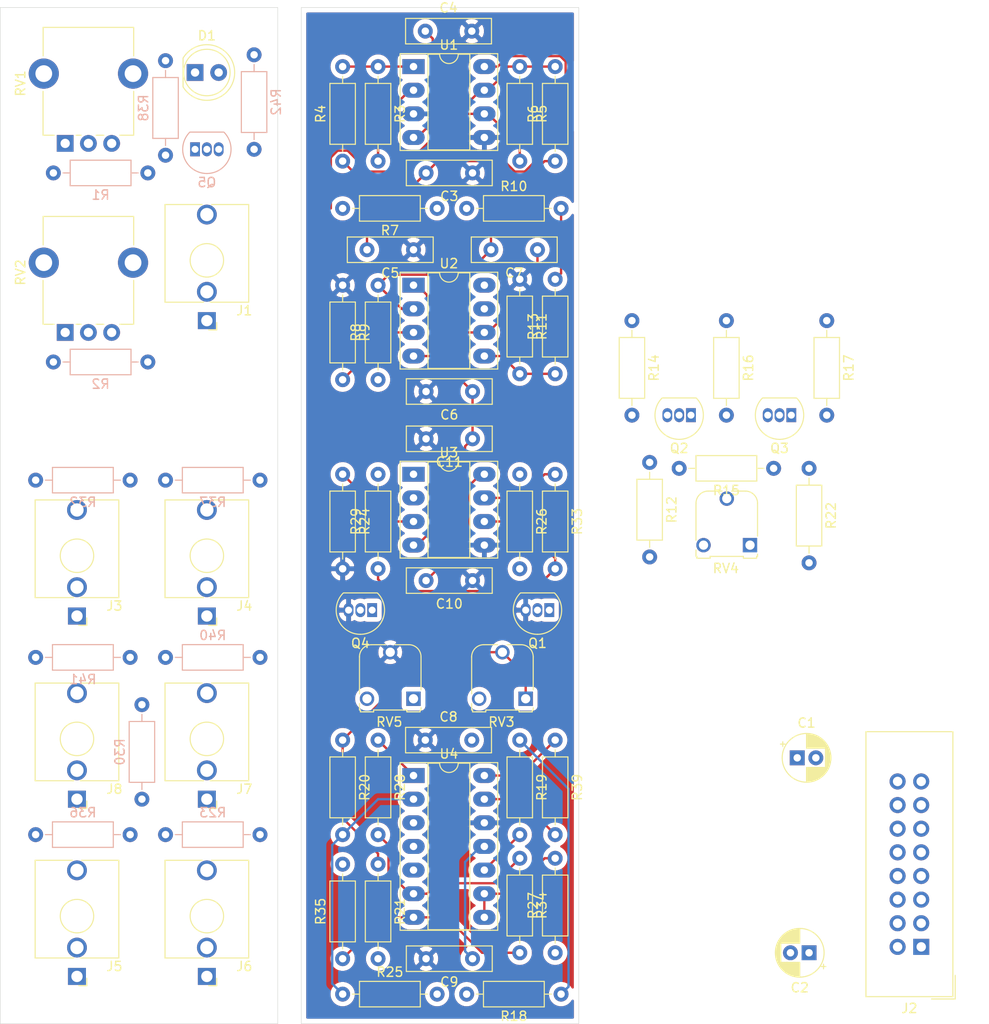
<source format=kicad_pcb>
(kicad_pcb (version 20171130) (host pcbnew "(5.1.2)-2")
  (layers (0 F.Cu signal) (31 B.Cu signal) (34 B.Paste user) (35 F.Paste user) (36 B.SilkS user) (37 F.SilkS user) (38 B.Mask user) (39 F.Mask user) (44 Edge.Cuts user))
  (net 0 "")
  (net 1 GND)
  (net 2 +12V)
  (net 3 -12V)
  (net 4 "Net-(C7-Pad2)")
  (net 5 "Net-(C7-Pad1)")
  (net 6 "Net-(D1-Pad1)")
  (net 7 "Net-(J1-PadT)")
  (net 8 "Net-(J2-Pad16)")
  (net 9 "Net-(J2-Pad15)")
  (net 10 "Net-(J2-Pad14)")
  (net 11 "Net-(J2-Pad13)")
  (net 12 "Net-(J2-Pad12)")
  (net 13 "Net-(J2-Pad11)")
  (net 14 "Net-(J3-PadT)")
  (net 15 "Net-(J4-PadT)")
  (net 16 "Net-(J5-PadT)")
  (net 17 "Net-(J6-PadT)")
  (net 18 "Net-(J7-PadT)")
  (net 19 "Net-(J8-PadT)")
  (net 20 "Net-(Q1-Pad1)")
  (net 21 "Net-(Q1-Pad2)")
  (net 22 "Net-(Q2-Pad1)")
  (net 23 "Net-(Q2-Pad3)")
  (net 24 "Net-(Q2-Pad2)")
  (net 25 "Net-(Q3-Pad1)")
  (net 26 "Net-(Q3-Pad3)")
  (net 27 "Net-(Q3-Pad2)")
  (net 28 "Net-(Q4-Pad1)")
  (net 29 "Net-(Q4-Pad2)")
  (net 30 "Net-(Q5-Pad3)")
  (net 31 "Net-(Q5-Pad2)")
  (net 32 "Net-(R1-Pad2)")
  (net 33 "Net-(R1-Pad1)")
  (net 34 "Net-(R2-Pad2)")
  (net 35 "Net-(R3-Pad1)")
  (net 36 "Net-(R4-Pad1)")
  (net 37 "Net-(R5-Pad1)")
  (net 38 "Net-(R7-Pad1)")
  (net 39 "Net-(R10-Pad2)")
  (net 40 "Net-(R11-Pad2)")
  (net 41 "Net-(R16-Pad2)")
  (net 42 "Net-(R19-Pad2)")
  (net 43 "Net-(R20-Pad2)")
  (net 44 "Net-(R25-Pad2)")
  (net 45 "Net-(R26-Pad1)")
  (net 46 "Net-(R27-Pad2)")
  (net 47 "Net-(R27-Pad1)")
  (net 48 "Net-(R28-Pad2)")
  (net 49 "Net-(R29-Pad1)")
  (net 50 "Net-(R33-Pad1)")
  (net 51 "Net-(R34-Pad2)")
  (net 52 "Net-(R35-Pad2)")
  (net 53 "Net-(R39-Pad1)")
  (net 54 "Net-(RV5-Pad3)")
  (module Resistor_THT:R_Axial_DIN0207_L6.3mm_D2.5mm_P10.16mm_Horizontal (layer B.Cu) (at 88.265 73.66)
    (fp_text reference R37 (at 5.08 2.37) (layer B.SilkS) (effects (justify mirror)))
    (fp_text value 1k)
    (pad 2 thru_hole oval (at 10.16 0) (size 1.6 1.6) (drill 0.8) (layers *.Cu *.Mask) (net 50 "Net-(R33-Pad1)"))
    (pad 1 thru_hole circle (at 0 0) (size 1.6 1.6) (drill 0.8) (layers *.Cu *.Mask) (net 15 "Net-(J4-PadT)"))
  )
  (module Resistor_THT:R_Axial_DIN0207_L6.3mm_D2.5mm_P10.16mm_Horizontal (layer F.Cu) (at 107.315 128.905)
    (fp_text reference R25 (at 5.08 -2.37 180) (layer F.SilkS))
    (fp_text value 100k)
    (pad 2 thru_hole oval (at 10.16 0) (size 1.6 1.6) (drill 0.8) (layers *.Cu *.Mask) (net 44 "Net-(R25-Pad2)"))
    (pad 1 thru_hole circle (at 0 0) (size 1.6 1.6) (drill 0.8) (layers *.Cu *.Mask) (net 43 "Net-(R20-Pad2)"))
  )
  (module Resistor_THT:R_Axial_DIN0207_L6.3mm_D2.5mm_P10.16mm_Horizontal (layer B.Cu) (at 97.79 38.1 90)
    (fp_text reference R42 (at 5.08 2.37 90) (layer B.SilkS) (effects (justify mirror)))
    (fp_text value 1k)
    (pad 2 thru_hole oval (at 10.16 0 90) (size 1.6 1.6) (drill 0.8) (layers *.Cu *.Mask) (net 1 GND))
    (pad 1 thru_hole circle (at 0 0 90) (size 1.6 1.6) (drill 0.8) (layers *.Cu *.Mask) (net 30 "Net-(Q5-Pad3)"))
  )
  (module Resistor_THT:R_Axial_DIN0207_L6.3mm_D2.5mm_P10.16mm_Horizontal (layer B.Cu) (at 74.295 92.71)
    (fp_text reference R41 (at 5.08 2.37) (layer B.SilkS) (effects (justify mirror)))
    (fp_text value 1k)
    (pad 2 thru_hole oval (at 10.16 0) (size 1.6 1.6) (drill 0.8) (layers *.Cu *.Mask) (net 53 "Net-(R39-Pad1)"))
    (pad 1 thru_hole circle (at 0 0) (size 1.6 1.6) (drill 0.8) (layers *.Cu *.Mask) (net 19 "Net-(J8-PadT)"))
  )
  (module Resistor_THT:R_Axial_DIN0207_L6.3mm_D2.5mm_P10.16mm_Horizontal (layer B.Cu) (at 98.425 92.71 180)
    (fp_text reference R40 (at 5.08 2.37) (layer B.SilkS) (effects (justify mirror)))
    (fp_text value 1k)
    (pad 2 thru_hole oval (at 10.16 0 180) (size 1.6 1.6) (drill 0.8) (layers *.Cu *.Mask) (net 18 "Net-(J7-PadT)"))
    (pad 1 thru_hole circle (at 0 0 180) (size 1.6 1.6) (drill 0.8) (layers *.Cu *.Mask) (net 51 "Net-(R34-Pad2)"))
  )
  (module Resistor_THT:R_Axial_DIN0207_L6.3mm_D2.5mm_P10.16mm_Horizontal (layer F.Cu) (at 130.175 101.6 270)
    (fp_text reference R39 (at 5.08 -2.37 270) (layer F.SilkS))
    (fp_text value 10k)
    (pad 2 thru_hole oval (at 10.16 0 270) (size 1.6 1.6) (drill 0.8) (layers *.Cu *.Mask) (net 52 "Net-(R35-Pad2)"))
    (pad 1 thru_hole circle (at 0 0 270) (size 1.6 1.6) (drill 0.8) (layers *.Cu *.Mask) (net 53 "Net-(R39-Pad1)"))
  )
  (module Resistor_THT:R_Axial_DIN0207_L6.3mm_D2.5mm_P10.16mm_Horizontal (layer B.Cu) (at 88.265 28.575 270)
    (fp_text reference R38 (at 5.08 2.37 90) (layer B.SilkS) (effects (justify mirror)))
    (fp_text value 10k)
    (pad 2 thru_hole oval (at 10.16 0 270) (size 1.6 1.6) (drill 0.8) (layers *.Cu *.Mask) (net 31 "Net-(Q5-Pad2)"))
    (pad 1 thru_hole circle (at 0 0 270) (size 1.6 1.6) (drill 0.8) (layers *.Cu *.Mask) (net 5 "Net-(C7-Pad1)"))
  )
  (module Resistor_THT:R_Axial_DIN0207_L6.3mm_D2.5mm_P10.16mm_Horizontal (layer B.Cu) (at 84.455 111.76 180)
    (fp_text reference R36 (at 5.08 2.37) (layer B.SilkS) (effects (justify mirror)))
    (fp_text value 1k)
    (pad 2 thru_hole oval (at 10.16 0 180) (size 1.6 1.6) (drill 0.8) (layers *.Cu *.Mask) (net 16 "Net-(J5-PadT)"))
    (pad 1 thru_hole circle (at 0 0 180) (size 1.6 1.6) (drill 0.8) (layers *.Cu *.Mask) (net 5 "Net-(C7-Pad1)"))
  )
  (module Resistor_THT:R_Axial_DIN0207_L6.3mm_D2.5mm_P10.16mm_Horizontal (layer F.Cu) (at 107.315 125.095 90)
    (fp_text reference R35 (at 5.08 -2.37 270) (layer F.SilkS))
    (fp_text value 10k)
    (pad 2 thru_hole oval (at 10.16 0 90) (size 1.6 1.6) (drill 0.8) (layers *.Cu *.Mask) (net 52 "Net-(R35-Pad2)"))
    (pad 1 thru_hole circle (at 0 0 90) (size 1.6 1.6) (drill 0.8) (layers *.Cu *.Mask) (net 51 "Net-(R34-Pad2)"))
  )
  (module Resistor_THT:R_Axial_DIN0207_L6.3mm_D2.5mm_P10.16mm_Horizontal (layer F.Cu) (at 126.365 114.3 270)
    (fp_text reference R34 (at 5.08 -2.37 270) (layer F.SilkS))
    (fp_text value 10k)
    (pad 2 thru_hole oval (at 10.16 0 270) (size 1.6 1.6) (drill 0.8) (layers *.Cu *.Mask) (net 51 "Net-(R34-Pad2)"))
    (pad 1 thru_hole circle (at 0 0 270) (size 1.6 1.6) (drill 0.8) (layers *.Cu *.Mask) (net 48 "Net-(R28-Pad2)"))
  )
  (module Resistor_THT:R_Axial_DIN0207_L6.3mm_D2.5mm_P10.16mm_Horizontal (layer F.Cu) (at 130.175 73.025 270)
    (fp_text reference R33 (at 5.08 -2.37 270) (layer F.SilkS))
    (fp_text value 10k)
    (pad 2 thru_hole oval (at 10.16 0 270) (size 1.6 1.6) (drill 0.8) (layers *.Cu *.Mask) (net 49 "Net-(R29-Pad1)"))
    (pad 1 thru_hole circle (at 0 0 270) (size 1.6 1.6) (drill 0.8) (layers *.Cu *.Mask) (net 50 "Net-(R33-Pad1)"))
  )
  (module Resistor_THT:R_Axial_DIN0207_L6.3mm_D2.5mm_P10.16mm_Horizontal (layer B.Cu) (at 74.295 73.66)
    (fp_text reference R32 (at 5.08 2.37) (layer B.SilkS) (effects (justify mirror)))
    (fp_text value 1k)
    (pad 2 thru_hole oval (at 10.16 0) (size 1.6 1.6) (drill 0.8) (layers *.Cu *.Mask) (net 45 "Net-(R26-Pad1)"))
    (pad 1 thru_hole circle (at 0 0) (size 1.6 1.6) (drill 0.8) (layers *.Cu *.Mask) (net 14 "Net-(J3-PadT)"))
  )
  (module Resistor_THT:R_Axial_DIN0207_L6.3mm_D2.5mm_P10.16mm_Horizontal (layer B.Cu) (at 85.725 97.79 270)
    (fp_text reference R30 (at 5.08 2.37 90) (layer B.SilkS) (effects (justify mirror)))
    (fp_text value 100k)
    (pad 2 thru_hole oval (at 10.16 0 270) (size 1.6 1.6) (drill 0.8) (layers *.Cu *.Mask) (net 1 GND))
    (pad 1 thru_hole circle (at 0 0 270) (size 1.6 1.6) (drill 0.8) (layers *.Cu *.Mask) (net 17 "Net-(J6-PadT)"))
  )
  (module Resistor_THT:R_Axial_DIN0207_L6.3mm_D2.5mm_P10.16mm_Horizontal (layer F.Cu) (at 111.125 83.185 90)
    (fp_text reference R29 (at 5.08 -2.37 270) (layer F.SilkS))
    (fp_text value 10k)
    (pad 2 thru_hole oval (at 10.16 0 90) (size 1.6 1.6) (drill 0.8) (layers *.Cu *.Mask) (net 45 "Net-(R26-Pad1)"))
    (pad 1 thru_hole circle (at 0 0 90) (size 1.6 1.6) (drill 0.8) (layers *.Cu *.Mask) (net 49 "Net-(R29-Pad1)"))
  )
  (module Resistor_THT:R_Axial_DIN0207_L6.3mm_D2.5mm_P10.16mm_Horizontal (layer F.Cu) (at 111.125 101.6 270)
    (fp_text reference R28 (at 5.08 -2.37 270) (layer F.SilkS))
    (fp_text value 20k)
    (pad 2 thru_hole oval (at 10.16 0 270) (size 1.6 1.6) (drill 0.8) (layers *.Cu *.Mask) (net 48 "Net-(R28-Pad2)"))
    (pad 1 thru_hole circle (at 0 0 270) (size 1.6 1.6) (drill 0.8) (layers *.Cu *.Mask) (net 44 "Net-(R25-Pad2)"))
  )
  (module Resistor_THT:R_Axial_DIN0207_L6.3mm_D2.5mm_P10.16mm_Horizontal (layer F.Cu) (at 130.175 124.46 90)
    (fp_text reference R27 (at 5.08 -2.37 270) (layer F.SilkS))
    (fp_text value 50k)
    (pad 2 thru_hole oval (at 10.16 0 90) (size 1.6 1.6) (drill 0.8) (layers *.Cu *.Mask) (net 46 "Net-(R27-Pad2)"))
    (pad 1 thru_hole circle (at 0 0 90) (size 1.6 1.6) (drill 0.8) (layers *.Cu *.Mask) (net 47 "Net-(R27-Pad1)"))
  )
  (module Resistor_THT:R_Axial_DIN0207_L6.3mm_D2.5mm_P10.16mm_Horizontal (layer F.Cu) (at 126.365 73.025 270)
    (fp_text reference R26 (at 5.08 -2.37 270) (layer F.SilkS))
    (fp_text value 33k)
    (pad 2 thru_hole oval (at 10.16 0 270) (size 1.6 1.6) (drill 0.8) (layers *.Cu *.Mask) (net 22 "Net-(Q2-Pad1)"))
    (pad 1 thru_hole circle (at 0 0 270) (size 1.6 1.6) (drill 0.8) (layers *.Cu *.Mask) (net 45 "Net-(R26-Pad1)"))
  )
  (module Resistor_THT:R_Axial_DIN0207_L6.3mm_D2.5mm_P10.16mm_Horizontal (layer F.Cu) (at 107.315 73.025 270)
    (fp_text reference R24 (at 5.08 -2.37 270) (layer F.SilkS))
    (fp_text value 33k)
    (pad 2 thru_hole oval (at 10.16 0 270) (size 1.6 1.6) (drill 0.8) (layers *.Cu *.Mask) (net 1 GND))
    (pad 1 thru_hole circle (at 0 0 270) (size 1.6 1.6) (drill 0.8) (layers *.Cu *.Mask) (net 25 "Net-(Q3-Pad1)"))
  )
  (module Resistor_THT:R_Axial_DIN0207_L6.3mm_D2.5mm_P10.16mm_Horizontal (layer B.Cu) (at 98.425 111.76 180)
    (fp_text reference R23 (at 5.08 2.37) (layer B.SilkS) (effects (justify mirror)))
    (fp_text value 100k)
    (pad 2 thru_hole oval (at 10.16 0 180) (size 1.6 1.6) (drill 0.8) (layers *.Cu *.Mask) (net 17 "Net-(J6-PadT)"))
    (pad 1 thru_hole circle (at 0 0 180) (size 1.6 1.6) (drill 0.8) (layers *.Cu *.Mask) (net 39 "Net-(R10-Pad2)"))
  )
  (module Resistor_THT:R_Axial_DIN0207_L6.3mm_D2.5mm_P10.16mm_Horizontal (layer F.Cu) (at 157.48 72.39 270)
    (fp_text reference R22 (at 5.08 -2.37 270) (layer F.SilkS))
    (fp_text value 470)
    (pad 2 thru_hole oval (at 10.16 0 270) (size 1.6 1.6) (drill 0.8) (layers *.Cu *.Mask) (net 1 GND))
    (pad 1 thru_hole circle (at 0 0 270) (size 1.6 1.6) (drill 0.8) (layers *.Cu *.Mask) (net 27 "Net-(Q3-Pad2)"))
  )
  (module Resistor_THT:R_Axial_DIN0207_L6.3mm_D2.5mm_P10.16mm_Horizontal (layer F.Cu) (at 111.125 114.935 270)
    (fp_text reference R21 (at 5.08 -2.37 270) (layer F.SilkS))
    (fp_text value 100k)
    (pad 2 thru_hole oval (at 10.16 0 270) (size 1.6 1.6) (drill 0.8) (layers *.Cu *.Mask) (net 28 "Net-(Q4-Pad1)"))
    (pad 1 thru_hole circle (at 0 0 270) (size 1.6 1.6) (drill 0.8) (layers *.Cu *.Mask) (net 5 "Net-(C7-Pad1)"))
  )
  (module Resistor_THT:R_Axial_DIN0207_L6.3mm_D2.5mm_P10.16mm_Horizontal (layer F.Cu) (at 107.315 101.6 270)
    (fp_text reference R20 (at 5.08 -2.37 270) (layer F.SilkS))
    (fp_text value 100k)
    (pad 2 thru_hole oval (at 10.16 0 270) (size 1.6 1.6) (drill 0.8) (layers *.Cu *.Mask) (net 43 "Net-(R20-Pad2)"))
    (pad 1 thru_hole circle (at 0 0 270) (size 1.6 1.6) (drill 0.8) (layers *.Cu *.Mask) (net 5 "Net-(C7-Pad1)"))
  )
  (module Resistor_THT:R_Axial_DIN0207_L6.3mm_D2.5mm_P10.16mm_Horizontal (layer F.Cu) (at 126.365 101.6 270)
    (fp_text reference R19 (at 5.08 -2.37 270) (layer F.SilkS))
    (fp_text value 100k)
    (pad 2 thru_hole oval (at 10.16 0 270) (size 1.6 1.6) (drill 0.8) (layers *.Cu *.Mask) (net 42 "Net-(R19-Pad2)"))
    (pad 1 thru_hole circle (at 0 0 270) (size 1.6 1.6) (drill 0.8) (layers *.Cu *.Mask) (net 39 "Net-(R10-Pad2)"))
  )
  (module Resistor_THT:R_Axial_DIN0207_L6.3mm_D2.5mm_P10.16mm_Horizontal (layer F.Cu) (at 130.81 128.905 180)
    (fp_text reference R18 (at 5.08 -2.37 180) (layer F.SilkS))
    (fp_text value 10k)
    (pad 2 thru_hole oval (at 10.16 0 180) (size 1.6 1.6) (drill 0.8) (layers *.Cu *.Mask) (net 29 "Net-(Q4-Pad2)"))
    (pad 1 thru_hole circle (at 0 0 180) (size 1.6 1.6) (drill 0.8) (layers *.Cu *.Mask) (net 39 "Net-(R10-Pad2)"))
  )
  (module Resistor_THT:R_Axial_DIN0207_L6.3mm_D2.5mm_P10.16mm_Horizontal (layer F.Cu) (at 159.385 56.515 270)
    (fp_text reference R17 (at 5.08 -2.37 270) (layer F.SilkS))
    (fp_text value 10k)
    (pad 2 thru_hole oval (at 10.16 0 270) (size 1.6 1.6) (drill 0.8) (layers *.Cu *.Mask) (net 25 "Net-(Q3-Pad1)"))
    (pad 1 thru_hole circle (at 0 0 270) (size 1.6 1.6) (drill 0.8) (layers *.Cu *.Mask) (net 2 +12V))
  )
  (module Resistor_THT:R_Axial_DIN0207_L6.3mm_D2.5mm_P10.16mm_Horizontal (layer F.Cu) (at 148.59 56.515 270)
    (fp_text reference R16 (at 5.08 -2.37 270) (layer F.SilkS))
    (fp_text value 68k)
    (pad 2 thru_hole oval (at 10.16 0 270) (size 1.6 1.6) (drill 0.8) (layers *.Cu *.Mask) (net 41 "Net-(R16-Pad2)"))
    (pad 1 thru_hole circle (at 0 0 270) (size 1.6 1.6) (drill 0.8) (layers *.Cu *.Mask) (net 3 -12V))
  )
  (module Resistor_THT:R_Axial_DIN0207_L6.3mm_D2.5mm_P10.16mm_Horizontal (layer F.Cu) (at 153.67 72.39 180)
    (fp_text reference R15 (at 5.08 -2.37 180) (layer F.SilkS))
    (fp_text value 220)
    (pad 2 thru_hole oval (at 10.16 0 180) (size 1.6 1.6) (drill 0.8) (layers *.Cu *.Mask) (net 23 "Net-(Q2-Pad3)"))
    (pad 1 thru_hole circle (at 0 0 180) (size 1.6 1.6) (drill 0.8) (layers *.Cu *.Mask) (net 26 "Net-(Q3-Pad3)"))
  )
  (module Resistor_THT:R_Axial_DIN0207_L6.3mm_D2.5mm_P10.16mm_Horizontal (layer F.Cu) (at 138.43 56.515 270)
    (fp_text reference R14 (at 5.08 -2.37 90) (layer F.SilkS))
    (fp_text value 10k)
    (pad 2 thru_hole oval (at 10.16 0 270) (size 1.6 1.6) (drill 0.8) (layers *.Cu *.Mask) (net 22 "Net-(Q2-Pad1)"))
    (pad 1 thru_hole circle (at 0 0 270) (size 1.6 1.6) (drill 0.8) (layers *.Cu *.Mask) (net 2 +12V))
  )
  (module Resistor_THT:R_Axial_DIN0207_L6.3mm_D2.5mm_P10.16mm_Horizontal (layer F.Cu) (at 130.175 62.23 90)
    (fp_text reference R13 (at 5.08 -2.37 -90) (layer F.SilkS))
    (fp_text value 47k)
    (pad 2 thru_hole oval (at 10.16 0 90) (size 1.6 1.6) (drill 0.8) (layers *.Cu *.Mask) (net 39 "Net-(R10-Pad2)"))
    (pad 1 thru_hole circle (at 0 0 90) (size 1.6 1.6) (drill 0.8) (layers *.Cu *.Mask) (net 40 "Net-(R11-Pad2)"))
  )
  (module Resistor_THT:R_Axial_DIN0207_L6.3mm_D2.5mm_P10.16mm_Horizontal (layer F.Cu) (at 140.335 71.755 270)
    (fp_text reference R12 (at 5.08 -2.37 270) (layer F.SilkS))
    (fp_text value 470)
    (pad 2 thru_hole oval (at 10.16 0 270) (size 1.6 1.6) (drill 0.8) (layers *.Cu *.Mask) (net 1 GND))
    (pad 1 thru_hole circle (at 0 0 270) (size 1.6 1.6) (drill 0.8) (layers *.Cu *.Mask) (net 24 "Net-(Q2-Pad2)"))
  )
  (module Resistor_THT:R_Axial_DIN0207_L6.3mm_D2.5mm_P10.16mm_Horizontal (layer F.Cu) (at 126.365 52.07 270)
    (fp_text reference R11 (at 5.08 -2.37 270) (layer F.SilkS))
    (fp_text value 47k)
    (pad 2 thru_hole oval (at 10.16 0 270) (size 1.6 1.6) (drill 0.8) (layers *.Cu *.Mask) (net 40 "Net-(R11-Pad2)"))
    (pad 1 thru_hole circle (at 0 0 270) (size 1.6 1.6) (drill 0.8) (layers *.Cu *.Mask) (net 1 GND))
  )
  (module Resistor_THT:R_Axial_DIN0207_L6.3mm_D2.5mm_P10.16mm_Horizontal (layer F.Cu) (at 120.65 44.45)
    (fp_text reference R10 (at 5.08 -2.37 180) (layer F.SilkS))
    (fp_text value 10k)
    (pad 2 thru_hole oval (at 10.16 0) (size 1.6 1.6) (drill 0.8) (layers *.Cu *.Mask) (net 39 "Net-(R10-Pad2)"))
    (pad 1 thru_hole circle (at 0 0) (size 1.6 1.6) (drill 0.8) (layers *.Cu *.Mask) (net 21 "Net-(Q1-Pad2)"))
  )
  (module Resistor_THT:R_Axial_DIN0207_L6.3mm_D2.5mm_P10.16mm_Horizontal (layer F.Cu) (at 107.315 52.705 270)
    (fp_text reference R9 (at 5.08 -2.37 270) (layer F.SilkS))
    (fp_text value 47k)
    (pad 2 thru_hole oval (at 10.16 0 270) (size 1.6 1.6) (drill 0.8) (layers *.Cu *.Mask) (net 38 "Net-(R7-Pad1)"))
    (pad 1 thru_hole circle (at 0 0 270) (size 1.6 1.6) (drill 0.8) (layers *.Cu *.Mask) (net 1 GND))
  )
  (module Resistor_THT:R_Axial_DIN0207_L6.3mm_D2.5mm_P10.16mm_Horizontal (layer F.Cu) (at 111.125 62.865 90)
    (fp_text reference R8 (at 5.08 -2.37 270) (layer F.SilkS))
    (fp_text value 47k)
    (pad 2 thru_hole oval (at 10.16 0 90) (size 1.6 1.6) (drill 0.8) (layers *.Cu *.Mask) (net 4 "Net-(C7-Pad2)"))
    (pad 1 thru_hole circle (at 0 0 90) (size 1.6 1.6) (drill 0.8) (layers *.Cu *.Mask) (net 20 "Net-(Q1-Pad1)"))
  )
  (module Resistor_THT:R_Axial_DIN0207_L6.3mm_D2.5mm_P10.16mm_Horizontal (layer F.Cu) (at 117.475 44.45 180)
    (fp_text reference R7 (at 5.08 -2.37 180) (layer F.SilkS))
    (fp_text value 47k)
    (pad 2 thru_hole oval (at 10.16 0 180) (size 1.6 1.6) (drill 0.8) (layers *.Cu *.Mask) (net 37 "Net-(R5-Pad1)"))
    (pad 1 thru_hole circle (at 0 0 180) (size 1.6 1.6) (drill 0.8) (layers *.Cu *.Mask) (net 38 "Net-(R7-Pad1)"))
  )
  (module Resistor_THT:R_Axial_DIN0207_L6.3mm_D2.5mm_P10.16mm_Horizontal (layer F.Cu) (at 130.175 39.37 90)
    (fp_text reference R6 (at 5.08 -2.37 90) (layer F.SilkS))
    (fp_text value 100k)
    (pad 2 thru_hole oval (at 10.16 0 90) (size 1.6 1.6) (drill 0.8) (layers *.Cu *.Mask) (net 37 "Net-(R5-Pad1)"))
    (pad 1 thru_hole circle (at 0 0 90) (size 1.6 1.6) (drill 0.8) (layers *.Cu *.Mask) (net 4 "Net-(C7-Pad2)"))
  )
  (module Resistor_THT:R_Axial_DIN0207_L6.3mm_D2.5mm_P10.16mm_Horizontal (layer F.Cu) (at 126.365 29.21 270)
    (fp_text reference R5 (at 5.08 -2.37 270) (layer F.SilkS))
    (fp_text value 100k)
    (pad 2 thru_hole oval (at 10.16 0 270) (size 1.6 1.6) (drill 0.8) (layers *.Cu *.Mask) (net 36 "Net-(R4-Pad1)"))
    (pad 1 thru_hole circle (at 0 0 270) (size 1.6 1.6) (drill 0.8) (layers *.Cu *.Mask) (net 37 "Net-(R5-Pad1)"))
  )
  (module Resistor_THT:R_Axial_DIN0207_L6.3mm_D2.5mm_P10.16mm_Horizontal (layer F.Cu) (at 107.315 39.37 90)
    (fp_text reference R4 (at 5.08 -2.37 90) (layer F.SilkS))
    (fp_text value 100k)
    (pad 2 thru_hole oval (at 10.16 0 90) (size 1.6 1.6) (drill 0.8) (layers *.Cu *.Mask) (net 35 "Net-(R3-Pad1)"))
    (pad 1 thru_hole circle (at 0 0 90) (size 1.6 1.6) (drill 0.8) (layers *.Cu *.Mask) (net 36 "Net-(R4-Pad1)"))
  )
  (module Resistor_THT:R_Axial_DIN0207_L6.3mm_D2.5mm_P10.16mm_Horizontal (layer F.Cu) (at 111.125 29.21 270)
    (fp_text reference R3 (at 5.08 -2.37 270) (layer F.SilkS))
    (fp_text value 100k)
    (pad 2 thru_hole oval (at 10.16 0 270) (size 1.6 1.6) (drill 0.8) (layers *.Cu *.Mask) (net 33 "Net-(R1-Pad1)"))
    (pad 1 thru_hole circle (at 0 0 270) (size 1.6 1.6) (drill 0.8) (layers *.Cu *.Mask) (net 35 "Net-(R3-Pad1)"))
  )
  (module Resistor_THT:R_Axial_DIN0207_L6.3mm_D2.5mm_P10.16mm_Horizontal (layer B.Cu) (at 76.2 60.96)
    (fp_text reference R2 (at 5.08 2.37) (layer B.SilkS) (effects (justify mirror)))
    (fp_text value 100k)
    (pad 2 thru_hole oval (at 10.16 0) (size 1.6 1.6) (drill 0.8) (layers *.Cu *.Mask) (net 34 "Net-(R2-Pad2)"))
    (pad 1 thru_hole circle (at 0 0) (size 1.6 1.6) (drill 0.8) (layers *.Cu *.Mask) (net 33 "Net-(R1-Pad1)"))
  )
  (module Resistor_THT:R_Axial_DIN0207_L6.3mm_D2.5mm_P10.16mm_Horizontal (layer B.Cu) (at 76.2 40.64)
    (fp_text reference R1 (at 5.08 2.37) (layer B.SilkS) (effects (justify mirror)))
    (fp_text value 100k)
    (pad 2 thru_hole oval (at 10.16 0) (size 1.6 1.6) (drill 0.8) (layers *.Cu *.Mask) (net 32 "Net-(R1-Pad2)"))
    (pad 1 thru_hole circle (at 0 0) (size 1.6 1.6) (drill 0.8) (layers *.Cu *.Mask) (net 33 "Net-(R1-Pad1)"))
  )
  (module Package_DIP:DIP-14_W7.62mm_Socket_LongPads (layer F.Cu) (at 114.935 105.41)
    (fp_text reference U4 (at 3.81 -2.33 180) (layer F.SilkS))
    (fp_text value TL074)
    (pad 14 thru_hole oval (at 7.62 0) (size 2.4 1.6) (drill 0.8) (layers *.Cu *.Mask) (net 53 "Net-(R39-Pad1)"))
    (pad 7 thru_hole oval (at 0 15.24) (size 2.4 1.6) (drill 0.8) (layers *.Cu *.Mask) (net 51 "Net-(R34-Pad2)"))
    (pad 13 thru_hole oval (at 7.62 2.54) (size 2.4 1.6) (drill 0.8) (layers *.Cu *.Mask) (net 52 "Net-(R35-Pad2)"))
    (pad 6 thru_hole oval (at 0 12.7) (size 2.4 1.6) (drill 0.8) (layers *.Cu *.Mask) (net 48 "Net-(R28-Pad2)"))
    (pad 12 thru_hole oval (at 7.62 5.08) (size 2.4 1.6) (drill 0.8) (layers *.Cu *.Mask) (net 1 GND))
    (pad 5 thru_hole oval (at 0 10.16) (size 2.4 1.6) (drill 0.8) (layers *.Cu *.Mask) (net 47 "Net-(R27-Pad1)"))
    (pad 11 thru_hole oval (at 7.62 7.62) (size 2.4 1.6) (drill 0.8) (layers *.Cu *.Mask) (net 3 -12V))
    (pad 4 thru_hole oval (at 0 7.62) (size 2.4 1.6) (drill 0.8) (layers *.Cu *.Mask) (net 2 +12V))
    (pad 10 thru_hole oval (at 7.62 10.16) (size 2.4 1.6) (drill 0.8) (layers *.Cu *.Mask) (net 42 "Net-(R19-Pad2)"))
    (pad 3 thru_hole oval (at 0 5.08) (size 2.4 1.6) (drill 0.8) (layers *.Cu *.Mask) (net 28 "Net-(Q4-Pad1)"))
    (pad 9 thru_hole oval (at 7.62 12.7) (size 2.4 1.6) (drill 0.8) (layers *.Cu *.Mask) (net 46 "Net-(R27-Pad2)"))
    (pad 2 thru_hole oval (at 0 2.54) (size 2.4 1.6) (drill 0.8) (layers *.Cu *.Mask) (net 43 "Net-(R20-Pad2)"))
    (pad 8 thru_hole oval (at 7.62 15.24) (size 2.4 1.6) (drill 0.8) (layers *.Cu *.Mask) (net 46 "Net-(R27-Pad2)"))
    (pad 1 thru_hole rect (at 0 0) (size 2.4 1.6) (drill 0.8) (layers *.Cu *.Mask) (net 44 "Net-(R25-Pad2)"))
  )
  (module Package_DIP:DIP-8_W7.62mm_Socket_LongPads (layer F.Cu) (at 114.935 73.025)
    (fp_text reference U3 (at 3.81 -2.33) (layer F.SilkS))
    (fp_text value TL072)
    (pad 8 thru_hole oval (at 7.62 0) (size 2.4 1.6) (drill 0.8) (layers *.Cu *.Mask) (net 2 +12V))
    (pad 4 thru_hole oval (at 0 7.62) (size 2.4 1.6) (drill 0.8) (layers *.Cu *.Mask) (net 3 -12V))
    (pad 7 thru_hole oval (at 7.62 2.54) (size 2.4 1.6) (drill 0.8) (layers *.Cu *.Mask) (net 50 "Net-(R33-Pad1)"))
    (pad 3 thru_hole oval (at 0 5.08) (size 2.4 1.6) (drill 0.8) (layers *.Cu *.Mask) (net 25 "Net-(Q3-Pad1)"))
    (pad 6 thru_hole oval (at 7.62 5.08) (size 2.4 1.6) (drill 0.8) (layers *.Cu *.Mask) (net 49 "Net-(R29-Pad1)"))
    (pad 2 thru_hole oval (at 0 2.54) (size 2.4 1.6) (drill 0.8) (layers *.Cu *.Mask) (net 22 "Net-(Q2-Pad1)"))
    (pad 5 thru_hole oval (at 7.62 7.62) (size 2.4 1.6) (drill 0.8) (layers *.Cu *.Mask) (net 1 GND))
    (pad 1 thru_hole rect (at 0 0) (size 2.4 1.6) (drill 0.8) (layers *.Cu *.Mask) (net 45 "Net-(R26-Pad1)"))
  )
  (module Package_DIP:DIP-8_W7.62mm_Socket_LongPads (layer F.Cu) (at 114.935 52.705)
    (fp_text reference U2 (at 3.81 -2.33 180) (layer F.SilkS))
    (fp_text value TL072)
    (pad 8 thru_hole oval (at 7.62 0) (size 2.4 1.6) (drill 0.8) (layers *.Cu *.Mask) (net 2 +12V))
    (pad 4 thru_hole oval (at 0 7.62) (size 2.4 1.6) (drill 0.8) (layers *.Cu *.Mask) (net 3 -12V))
    (pad 7 thru_hole oval (at 7.62 2.54) (size 2.4 1.6) (drill 0.8) (layers *.Cu *.Mask) (net 39 "Net-(R10-Pad2)"))
    (pad 3 thru_hole oval (at 0 5.08) (size 2.4 1.6) (drill 0.8) (layers *.Cu *.Mask) (net 38 "Net-(R7-Pad1)"))
    (pad 6 thru_hole oval (at 7.62 5.08) (size 2.4 1.6) (drill 0.8) (layers *.Cu *.Mask) (net 5 "Net-(C7-Pad1)"))
    (pad 2 thru_hole oval (at 0 2.54) (size 2.4 1.6) (drill 0.8) (layers *.Cu *.Mask) (net 4 "Net-(C7-Pad2)"))
    (pad 5 thru_hole oval (at 7.62 7.62) (size 2.4 1.6) (drill 0.8) (layers *.Cu *.Mask) (net 40 "Net-(R11-Pad2)"))
    (pad 1 thru_hole rect (at 0 0) (size 2.4 1.6) (drill 0.8) (layers *.Cu *.Mask) (net 5 "Net-(C7-Pad1)"))
  )
  (module Package_DIP:DIP-8_W7.62mm_Socket_LongPads (layer F.Cu) (at 114.935 29.21)
    (fp_text reference U1 (at 3.81 -2.33 180) (layer F.SilkS))
    (fp_text value TL072)
    (pad 8 thru_hole oval (at 7.62 0) (size 2.4 1.6) (drill 0.8) (layers *.Cu *.Mask) (net 2 +12V))
    (pad 4 thru_hole oval (at 0 7.62) (size 2.4 1.6) (drill 0.8) (layers *.Cu *.Mask) (net 3 -12V))
    (pad 7 thru_hole oval (at 7.62 2.54) (size 2.4 1.6) (drill 0.8) (layers *.Cu *.Mask) (net 37 "Net-(R5-Pad1)"))
    (pad 3 thru_hole oval (at 0 5.08) (size 2.4 1.6) (drill 0.8) (layers *.Cu *.Mask) (net 1 GND))
    (pad 6 thru_hole oval (at 7.62 5.08) (size 2.4 1.6) (drill 0.8) (layers *.Cu *.Mask) (net 36 "Net-(R4-Pad1)"))
    (pad 2 thru_hole oval (at 0 2.54) (size 2.4 1.6) (drill 0.8) (layers *.Cu *.Mask) (net 33 "Net-(R1-Pad1)"))
    (pad 5 thru_hole oval (at 7.62 7.62) (size 2.4 1.6) (drill 0.8) (layers *.Cu *.Mask) (net 1 GND))
    (pad 1 thru_hole rect (at 0 0) (size 2.4 1.6) (drill 0.8) (layers *.Cu *.Mask) (net 35 "Net-(R3-Pad1)"))
  )
  (module Potentiometer_THT:Potentiometer_Runtron_RM-065_Vertical (layer F.Cu) (at 114.935 97.155 180)
    (fp_text reference RV5 (at 2.6 -2.5) (layer F.SilkS))
    (fp_text value 20k)
    (pad 2 thru_hole circle (at 2.5 5 180) (size 1.55 1.55) (drill 1) (layers *.Cu *.Mask) (net 1 GND))
    (pad 1 thru_hole rect (at 0 0 180) (size 1.55 1.55) (drill 1) (layers *.Cu *.Mask) (net 47 "Net-(R27-Pad1)"))
    (pad 3 thru_hole circle (at 5 0 180) (size 1.55 1.55) (drill 1) (layers *.Cu *.Mask) (net 54 "Net-(RV5-Pad3)"))
  )
  (module Potentiometer_THT:Potentiometer_Runtron_RM-065_Vertical (layer F.Cu) (at 151.13 80.645 180)
    (fp_text reference RV4 (at 2.6 -2.5) (layer F.SilkS))
    (fp_text value 50k)
    (pad 2 thru_hole circle (at 2.5 5 180) (size 1.55 1.55) (drill 1) (layers *.Cu *.Mask) (net 41 "Net-(R16-Pad2)"))
    (pad 1 thru_hole rect (at 0 0 180) (size 1.55 1.55) (drill 1) (layers *.Cu *.Mask) (net 26 "Net-(Q3-Pad3)"))
    (pad 3 thru_hole circle (at 5 0 180) (size 1.55 1.55) (drill 1) (layers *.Cu *.Mask) (net 23 "Net-(Q2-Pad3)"))
  )
  (module Potentiometer_THT:Potentiometer_Runtron_RM-065_Vertical (layer F.Cu) (at 127 97.155 180)
    (fp_text reference RV3 (at 2.6 -2.5) (layer F.SilkS))
    (fp_text value 100k)
    (pad 2 thru_hole circle (at 2.5 5 180) (size 1.55 1.55) (drill 1) (layers *.Cu *.Mask) (net 5 "Net-(C7-Pad1)"))
    (pad 1 thru_hole rect (at 0 0 180) (size 1.55 1.55) (drill 1) (layers *.Cu *.Mask) (net 5 "Net-(C7-Pad1)"))
    (pad 3 thru_hole circle (at 5 0 180) (size 1.55 1.55) (drill 1) (layers *.Cu *.Mask) (net 24 "Net-(Q2-Pad2)"))
  )
  (module Potentiometer_THT:Potentiometer_Alpha_RD901F-40-00D_Single_Vertical_CircularHoles (layer F.Cu) (at 77.47 57.785 90)
    (fp_text reference RV2 (at 6.45 -4.8 270) (layer F.SilkS))
    (fp_text value "CV AMOUNT")
    (pad "" thru_hole circle (at 7.5 -2.3 180) (size 3.24 3.24) (drill 1.8) (layers *.Cu *.Mask))
    (pad "" thru_hole circle (at 7.5 7.3 180) (size 3.24 3.24) (drill 1.8) (layers *.Cu *.Mask))
    (pad 3 thru_hole circle (at 0 5 180) (size 1.8 1.8) (drill 1) (layers *.Cu *.Mask) (net 7 "Net-(J1-PadT)"))
    (pad 2 thru_hole circle (at 0 2.5 180) (size 1.8 1.8) (drill 1) (layers *.Cu *.Mask) (net 34 "Net-(R2-Pad2)"))
    (pad 1 thru_hole rect (at 0 0 180) (size 1.8 1.8) (drill 1) (layers *.Cu *.Mask) (net 1 GND))
  )
  (module Potentiometer_THT:Potentiometer_Alpha_RD901F-40-00D_Single_Vertical_CircularHoles (layer F.Cu) (at 77.47 37.465 90)
    (fp_text reference RV1 (at 6.45 -4.8 270) (layer F.SilkS))
    (fp_text value SPEED)
    (pad "" thru_hole circle (at 7.5 -2.3 180) (size 3.24 3.24) (drill 1.8) (layers *.Cu *.Mask))
    (pad "" thru_hole circle (at 7.5 7.3 180) (size 3.24 3.24) (drill 1.8) (layers *.Cu *.Mask))
    (pad 3 thru_hole circle (at 0 5 180) (size 1.8 1.8) (drill 1) (layers *.Cu *.Mask) (net 2 +12V))
    (pad 2 thru_hole circle (at 0 2.5 180) (size 1.8 1.8) (drill 1) (layers *.Cu *.Mask) (net 32 "Net-(R1-Pad2)"))
    (pad 1 thru_hole rect (at 0 0 180) (size 1.8 1.8) (drill 1) (layers *.Cu *.Mask) (net 1 GND))
  )
  (module Package_TO_SOT_THT:TO-92_Inline (layer B.Cu) (at 91.44 38.1)
    (fp_text reference Q5 (at 1.27 3.56) (layer B.SilkS) (effects (justify mirror)))
    (fp_text value BC550)
    (pad 1 thru_hole rect (at 0 0) (size 1.05 1.5) (drill 0.75) (layers *.Cu *.Mask) (net 6 "Net-(D1-Pad1)"))
    (pad 3 thru_hole oval (at 2.54 0) (size 1.05 1.5) (drill 0.75) (layers *.Cu *.Mask) (net 30 "Net-(Q5-Pad3)"))
    (pad 2 thru_hole oval (at 1.27 0) (size 1.05 1.5) (drill 0.75) (layers *.Cu *.Mask) (net 31 "Net-(Q5-Pad2)"))
  )
  (module Package_TO_SOT_THT:TO-92_Inline (layer F.Cu) (at 110.49 87.63 180)
    (fp_text reference Q4 (at 1.27 -3.56) (layer F.SilkS))
    (fp_text value BC550)
    (pad 1 thru_hole rect (at 0 0 180) (size 1.05 1.5) (drill 0.75) (layers *.Cu *.Mask) (net 28 "Net-(Q4-Pad1)"))
    (pad 3 thru_hole oval (at 2.54 0 180) (size 1.05 1.5) (drill 0.75) (layers *.Cu *.Mask) (net 1 GND))
    (pad 2 thru_hole oval (at 1.27 0 180) (size 1.05 1.5) (drill 0.75) (layers *.Cu *.Mask) (net 29 "Net-(Q4-Pad2)"))
  )
  (module Package_TO_SOT_THT:TO-92_Inline (layer F.Cu) (at 155.575 66.675 180)
    (fp_text reference Q3 (at 1.27 -3.56) (layer F.SilkS))
    (fp_text value BC550)
    (pad 1 thru_hole rect (at 0 0 180) (size 1.05 1.5) (drill 0.75) (layers *.Cu *.Mask) (net 25 "Net-(Q3-Pad1)"))
    (pad 3 thru_hole oval (at 2.54 0 180) (size 1.05 1.5) (drill 0.75) (layers *.Cu *.Mask) (net 26 "Net-(Q3-Pad3)"))
    (pad 2 thru_hole oval (at 1.27 0 180) (size 1.05 1.5) (drill 0.75) (layers *.Cu *.Mask) (net 27 "Net-(Q3-Pad2)"))
  )
  (module Package_TO_SOT_THT:TO-92_Inline (layer F.Cu) (at 144.78 66.675 180)
    (fp_text reference Q2 (at 1.27 -3.56) (layer F.SilkS))
    (fp_text value BC550)
    (pad 1 thru_hole rect (at 0 0 180) (size 1.05 1.5) (drill 0.75) (layers *.Cu *.Mask) (net 22 "Net-(Q2-Pad1)"))
    (pad 3 thru_hole oval (at 2.54 0 180) (size 1.05 1.5) (drill 0.75) (layers *.Cu *.Mask) (net 23 "Net-(Q2-Pad3)"))
    (pad 2 thru_hole oval (at 1.27 0 180) (size 1.05 1.5) (drill 0.75) (layers *.Cu *.Mask) (net 24 "Net-(Q2-Pad2)"))
  )
  (module Package_TO_SOT_THT:TO-92_Inline (layer F.Cu) (at 129.54 87.63 180)
    (fp_text reference Q1 (at 1.27 -3.56) (layer F.SilkS))
    (fp_text value BC550)
    (pad 1 thru_hole rect (at 0 0 180) (size 1.05 1.5) (drill 0.75) (layers *.Cu *.Mask) (net 20 "Net-(Q1-Pad1)"))
    (pad 3 thru_hole oval (at 2.54 0 180) (size 1.05 1.5) (drill 0.75) (layers *.Cu *.Mask) (net 1 GND))
    (pad 2 thru_hole oval (at 1.27 0 180) (size 1.05 1.5) (drill 0.75) (layers *.Cu *.Mask) (net 21 "Net-(Q1-Pad2)"))
  )
  (module Connector_Audio:Jack_3.5mm_QingPu_WQP-PJ398SM_Vertical_CircularHoles (layer F.Cu) (at 78.74 107.95 180)
    (fp_text reference J8 (at -4.03 1.08 180) (layer F.SilkS))
    (fp_text value "RAMP DOWN")
    (pad T thru_hole circle (at 0 11.4) (size 2.13 2.13) (drill 1.43) (layers *.Cu *.Mask) (net 19 "Net-(J8-PadT)"))
    (pad S thru_hole rect (at 0 0) (size 1.93 1.83) (drill 1.22) (layers *.Cu *.Mask) (net 1 GND))
    (pad TN thru_hole circle (at 0 3.1) (size 2.13 2.13) (drill 1.42) (layers *.Cu *.Mask))
  )
  (module Connector_Audio:Jack_3.5mm_QingPu_WQP-PJ398SM_Vertical_CircularHoles (layer F.Cu) (at 92.71 107.95 180)
    (fp_text reference J7 (at -4.03 1.08 180) (layer F.SilkS))
    (fp_text value "RAMP UP")
    (pad T thru_hole circle (at 0 11.4) (size 2.13 2.13) (drill 1.43) (layers *.Cu *.Mask) (net 18 "Net-(J7-PadT)"))
    (pad S thru_hole rect (at 0 0) (size 1.93 1.83) (drill 1.22) (layers *.Cu *.Mask) (net 1 GND))
    (pad TN thru_hole circle (at 0 3.1) (size 2.13 2.13) (drill 1.42) (layers *.Cu *.Mask))
  )
  (module Connector_Audio:Jack_3.5mm_QingPu_WQP-PJ398SM_Vertical_CircularHoles (layer F.Cu) (at 92.71 127 180)
    (fp_text reference J6 (at -4.03 1.08 180) (layer F.SilkS))
    (fp_text value SQR)
    (pad T thru_hole circle (at 0 11.4) (size 2.13 2.13) (drill 1.43) (layers *.Cu *.Mask) (net 17 "Net-(J6-PadT)"))
    (pad S thru_hole rect (at 0 0) (size 1.93 1.83) (drill 1.22) (layers *.Cu *.Mask) (net 1 GND))
    (pad TN thru_hole circle (at 0 3.1) (size 2.13 2.13) (drill 1.42) (layers *.Cu *.Mask))
  )
  (module Connector_Audio:Jack_3.5mm_QingPu_WQP-PJ398SM_Vertical_CircularHoles (layer F.Cu) (at 78.74 127 180)
    (fp_text reference J5 (at -4.03 1.08 180) (layer F.SilkS))
    (fp_text value TRI)
    (pad T thru_hole circle (at 0 11.4) (size 2.13 2.13) (drill 1.43) (layers *.Cu *.Mask) (net 16 "Net-(J5-PadT)"))
    (pad S thru_hole rect (at 0 0) (size 1.93 1.83) (drill 1.22) (layers *.Cu *.Mask) (net 1 GND))
    (pad TN thru_hole circle (at 0 3.1) (size 2.13 2.13) (drill 1.42) (layers *.Cu *.Mask))
  )
  (module Connector_Audio:Jack_3.5mm_QingPu_WQP-PJ398SM_Vertical_CircularHoles (layer F.Cu) (at 92.71 88.265 180)
    (fp_text reference J4 (at -4.03 1.08 180) (layer F.SilkS))
    (fp_text value COS)
    (pad T thru_hole circle (at 0 11.4) (size 2.13 2.13) (drill 1.43) (layers *.Cu *.Mask) (net 15 "Net-(J4-PadT)"))
    (pad S thru_hole rect (at 0 0) (size 1.93 1.83) (drill 1.22) (layers *.Cu *.Mask) (net 1 GND))
    (pad TN thru_hole circle (at 0 3.1) (size 2.13 2.13) (drill 1.42) (layers *.Cu *.Mask))
  )
  (module Connector_Audio:Jack_3.5mm_QingPu_WQP-PJ398SM_Vertical_CircularHoles (layer F.Cu) (at 78.74 88.265 180)
    (fp_text reference J3 (at -4.03 1.08 180) (layer F.SilkS))
    (fp_text value SIN)
    (pad T thru_hole circle (at 0 11.4) (size 2.13 2.13) (drill 1.43) (layers *.Cu *.Mask) (net 14 "Net-(J3-PadT)"))
    (pad S thru_hole rect (at 0 0) (size 1.93 1.83) (drill 1.22) (layers *.Cu *.Mask) (net 1 GND))
    (pad TN thru_hole circle (at 0 3.1) (size 2.13 2.13) (drill 1.42) (layers *.Cu *.Mask))
  )
  (module Connector_IDC:IDC-Header_2x08_P2.54mm_Vertical (layer F.Cu) (at 169.545 123.825 180)
    (fp_text reference J2 (at 1.27 -6.604 180) (layer F.SilkS))
    (fp_text value Conn_02x08_Odd_Even)
    (pad 16 thru_hole oval (at 2.54 17.78 180) (size 1.7272 1.7272) (drill 1.016) (layers *.Cu *.Mask) (net 8 "Net-(J2-Pad16)"))
    (pad 15 thru_hole oval (at 0 17.78 180) (size 1.7272 1.7272) (drill 1.016) (layers *.Cu *.Mask) (net 9 "Net-(J2-Pad15)"))
    (pad 14 thru_hole oval (at 2.54 15.24 180) (size 1.7272 1.7272) (drill 1.016) (layers *.Cu *.Mask) (net 10 "Net-(J2-Pad14)"))
    (pad 13 thru_hole oval (at 0 15.24 180) (size 1.7272 1.7272) (drill 1.016) (layers *.Cu *.Mask) (net 11 "Net-(J2-Pad13)"))
    (pad 12 thru_hole oval (at 2.54 12.7 180) (size 1.7272 1.7272) (drill 1.016) (layers *.Cu *.Mask) (net 12 "Net-(J2-Pad12)"))
    (pad 11 thru_hole oval (at 0 12.7 180) (size 1.7272 1.7272) (drill 1.016) (layers *.Cu *.Mask) (net 13 "Net-(J2-Pad11)"))
    (pad 10 thru_hole oval (at 2.54 10.16 180) (size 1.7272 1.7272) (drill 1.016) (layers *.Cu *.Mask) (net 2 +12V))
    (pad 9 thru_hole oval (at 0 10.16 180) (size 1.7272 1.7272) (drill 1.016) (layers *.Cu *.Mask) (net 2 +12V))
    (pad 8 thru_hole oval (at 2.54 7.62 180) (size 1.7272 1.7272) (drill 1.016) (layers *.Cu *.Mask) (net 1 GND))
    (pad 7 thru_hole oval (at 0 7.62 180) (size 1.7272 1.7272) (drill 1.016) (layers *.Cu *.Mask) (net 1 GND))
    (pad 6 thru_hole oval (at 2.54 5.08 180) (size 1.7272 1.7272) (drill 1.016) (layers *.Cu *.Mask) (net 1 GND))
    (pad 5 thru_hole oval (at 0 5.08 180) (size 1.7272 1.7272) (drill 1.016) (layers *.Cu *.Mask) (net 1 GND))
    (pad 4 thru_hole oval (at 2.54 2.54 180) (size 1.7272 1.7272) (drill 1.016) (layers *.Cu *.Mask) (net 1 GND))
    (pad 3 thru_hole oval (at 0 2.54 180) (size 1.7272 1.7272) (drill 1.016) (layers *.Cu *.Mask) (net 1 GND))
    (pad 2 thru_hole oval (at 2.54 0 180) (size 1.7272 1.7272) (drill 1.016) (layers *.Cu *.Mask) (net 3 -12V))
    (pad 1 thru_hole rect (at 0 0 180) (size 1.7272 1.7272) (drill 1.016) (layers *.Cu *.Mask) (net 3 -12V))
  )
  (module Connector_Audio:Jack_3.5mm_QingPu_WQP-PJ398SM_Vertical_CircularHoles (layer F.Cu) (at 92.71 56.515 180)
    (fp_text reference J1 (at -4.03 1.08 180) (layer F.SilkS))
    (fp_text value CV)
    (pad T thru_hole circle (at 0 11.4) (size 2.13 2.13) (drill 1.43) (layers *.Cu *.Mask) (net 7 "Net-(J1-PadT)"))
    (pad S thru_hole rect (at 0 0) (size 1.93 1.83) (drill 1.22) (layers *.Cu *.Mask) (net 1 GND))
    (pad TN thru_hole circle (at 0 3.1) (size 2.13 2.13) (drill 1.42) (layers *.Cu *.Mask))
  )
  (module LED_THT:LED_D5.0mm (layer F.Cu) (at 91.44 29.845)
    (fp_text reference D1 (at 1.27 -3.96) (layer F.SilkS))
    (fp_text value LED)
    (pad 2 thru_hole circle (at 2.54 0) (size 1.8 1.8) (drill 0.9) (layers *.Cu *.Mask) (net 2 +12V))
    (pad 1 thru_hole rect (at 0 0) (size 1.8 1.8) (drill 0.9) (layers *.Cu *.Mask) (net 6 "Net-(D1-Pad1)"))
  )
  (module Capacitor_THT:C_Disc_D9.0mm_W2.5mm_P5.00mm (layer F.Cu) (at 121.285 69.215 180)
    (fp_text reference C11 (at 2.5 -2.5) (layer F.SilkS))
    (fp_text value 100nf)
    (pad 2 thru_hole circle (at 5 0 180) (size 1.6 1.6) (drill 0.8) (layers *.Cu *.Mask) (net 1 GND))
    (pad 1 thru_hole circle (at 0 0 180) (size 1.6 1.6) (drill 0.8) (layers *.Cu *.Mask) (net 3 -12V))
  )
  (module Capacitor_THT:C_Disc_D9.0mm_W2.5mm_P5.00mm (layer F.Cu) (at 121.285 84.455 180)
    (fp_text reference C10 (at 2.5 -2.5) (layer F.SilkS))
    (fp_text value 100nf)
    (pad 2 thru_hole circle (at 5 0 180) (size 1.6 1.6) (drill 0.8) (layers *.Cu *.Mask) (net 2 +12V))
    (pad 1 thru_hole circle (at 0 0 180) (size 1.6 1.6) (drill 0.8) (layers *.Cu *.Mask) (net 1 GND))
  )
  (module Capacitor_THT:C_Disc_D9.0mm_W2.5mm_P5.00mm (layer F.Cu) (at 121.285 125.095 180)
    (fp_text reference C9 (at 2.5 -2.5) (layer F.SilkS))
    (fp_text value 100nf)
    (pad 2 thru_hole circle (at 5 0 180) (size 1.6 1.6) (drill 0.8) (layers *.Cu *.Mask) (net 1 GND))
    (pad 1 thru_hole circle (at 0 0 180) (size 1.6 1.6) (drill 0.8) (layers *.Cu *.Mask) (net 3 -12V))
  )
  (module Capacitor_THT:C_Disc_D9.0mm_W2.5mm_P5.00mm (layer F.Cu) (at 116.205 101.6)
    (fp_text reference C8 (at 2.5 -2.5) (layer F.SilkS))
    (fp_text value 100nf)
    (pad 2 thru_hole circle (at 5 0) (size 1.6 1.6) (drill 0.8) (layers *.Cu *.Mask) (net 2 +12V))
    (pad 1 thru_hole circle (at 0 0) (size 1.6 1.6) (drill 0.8) (layers *.Cu *.Mask) (net 1 GND))
  )
  (module Capacitor_THT:C_Disc_D9.0mm_W2.5mm_P5.00mm (layer F.Cu) (at 128.27 48.895 180)
    (fp_text reference C7 (at 2.5 -2.5) (layer F.SilkS))
    (fp_text value 100nf)
    (pad 2 thru_hole circle (at 5 0 180) (size 1.6 1.6) (drill 0.8) (layers *.Cu *.Mask) (net 4 "Net-(C7-Pad2)"))
    (pad 1 thru_hole circle (at 0 0 180) (size 1.6 1.6) (drill 0.8) (layers *.Cu *.Mask) (net 5 "Net-(C7-Pad1)"))
  )
  (module Capacitor_THT:C_Disc_D9.0mm_W2.5mm_P5.00mm (layer F.Cu) (at 121.285 64.135 180)
    (fp_text reference C6 (at 2.5 -2.5) (layer F.SilkS))
    (fp_text value 100nf)
    (pad 2 thru_hole circle (at 5 0 180) (size 1.6 1.6) (drill 0.8) (layers *.Cu *.Mask) (net 1 GND))
    (pad 1 thru_hole circle (at 0 0 180) (size 1.6 1.6) (drill 0.8) (layers *.Cu *.Mask) (net 3 -12V))
  )
  (module Capacitor_THT:C_Disc_D9.0mm_W2.5mm_P5.00mm (layer F.Cu) (at 114.935 48.895 180)
    (fp_text reference C5 (at 2.5 -2.5) (layer F.SilkS))
    (fp_text value 100nf)
    (pad 2 thru_hole circle (at 5 0 180) (size 1.6 1.6) (drill 0.8) (layers *.Cu *.Mask) (net 2 +12V))
    (pad 1 thru_hole circle (at 0 0 180) (size 1.6 1.6) (drill 0.8) (layers *.Cu *.Mask) (net 1 GND))
  )
  (module Capacitor_THT:C_Disc_D9.0mm_W2.5mm_P5.00mm (layer F.Cu) (at 116.205 25.4)
    (fp_text reference C4 (at 2.5 -2.5) (layer F.SilkS))
    (fp_text value 100nf)
    (pad 2 thru_hole circle (at 5 0) (size 1.6 1.6) (drill 0.8) (layers *.Cu *.Mask) (net 1 GND))
    (pad 1 thru_hole circle (at 0 0) (size 1.6 1.6) (drill 0.8) (layers *.Cu *.Mask) (net 3 -12V))
  )
  (module Capacitor_THT:C_Disc_D9.0mm_W2.5mm_P5.00mm (layer F.Cu) (at 121.285 40.64 180)
    (fp_text reference C3 (at 2.5 -2.5) (layer F.SilkS))
    (fp_text value 100nf)
    (pad 2 thru_hole circle (at 5 0 180) (size 1.6 1.6) (drill 0.8) (layers *.Cu *.Mask) (net 2 +12V))
    (pad 1 thru_hole circle (at 0 0 180) (size 1.6 1.6) (drill 0.8) (layers *.Cu *.Mask) (net 1 GND))
  )
  (module Capacitor_THT:CP_Radial_D5.0mm_P2.00mm (layer F.Cu) (at 157.48 124.46 180)
    (fp_text reference C2 (at 1 -3.75) (layer F.SilkS))
    (fp_text value 10uf)
    (pad 2 thru_hole circle (at 2 0 180) (size 1.6 1.6) (drill 0.8) (layers *.Cu *.Mask) (net 3 -12V))
    (pad 1 thru_hole rect (at 0 0 180) (size 1.6 1.6) (drill 0.8) (layers *.Cu *.Mask) (net 1 GND))
  )
  (module Capacitor_THT:CP_Radial_D5.0mm_P2.00mm (layer F.Cu) (at 156.21 103.505)
    (fp_text reference C1 (at 1 -3.75) (layer F.SilkS))
    (fp_text value 10uf)
    (pad 1 thru_hole rect (at 0 0) (size 1.6 1.6) (drill 0.8) (layers *.Cu *.Mask) (net 2 +12V))
    (pad 2 thru_hole circle (at 2 0) (size 1.6 1.6) (drill 0.8) (layers *.Cu *.Mask) (net 1 GND))
  )
  (gr_line (start 132.715 22.86) (end 102.87 22.86) (layer Edge.Cuts) (width 0.05))
  (gr_line (start 132.715 132.08) (end 132.715 22.86) (layer Edge.Cuts) (width 0.05))
  (gr_line (start 102.87 132.08) (end 132.715 132.08) (layer Edge.Cuts) (width 0.05))
  (gr_line (start 102.87 22.86) (end 102.87 132.08) (layer Edge.Cuts) (width 0.05))
  (gr_line (start 70.485 132.08) (end 70.485 22.86) (layer Edge.Cuts) (width 0.05))
  (gr_line (start 100.33 132.08) (end 70.485 132.08) (layer Edge.Cuts) (width 0.05))
  (gr_line (start 100.33 22.86) (end 100.33 132.08) (layer Edge.Cuts) (width 0.05))
  (gr_line (start 70.485 22.86) (end 100.33 22.86) (layer Edge.Cuts) (width 0.05))
  (segment (start 124.005 29.21) (end 122.555 29.21) (width 0.25) (layer F.Cu) (net 2))
  (segment (start 130.715001 28.084999) (end 125.130001 28.084999) (width 0.25) (layer F.Cu) (net 2))
  (segment (start 125.130001 28.084999) (end 124.005 29.21) (width 0.25) (layer F.Cu) (net 2))
  (segment (start 131.300001 36.100001) (end 131.300001 28.669999) (width 0.25) (layer F.Cu) (net 2))
  (segment (start 126.905001 40.495001) (end 131.300001 36.100001) (width 0.25) (layer F.Cu) (net 2))
  (segment (start 125.824999 40.495001) (end 126.905001 40.495001) (width 0.25) (layer F.Cu) (net 2))
  (segment (start 124.699998 39.37) (end 125.824999 40.495001) (width 0.25) (layer F.Cu) (net 2))
  (segment (start 117.555 39.37) (end 124.699998 39.37) (width 0.25) (layer F.Cu) (net 2))
  (segment (start 131.300001 28.669999) (end 130.715001 28.084999) (width 0.25) (layer F.Cu) (net 2))
  (segment (start 116.285 40.64) (end 117.555 39.37) (width 0.25) (layer F.Cu) (net 2))
  (segment (start 120.935012 79.804988) (end 120.935012 74.244988) (width 0.25) (layer F.Cu) (net 2))
  (segment (start 116.285 84.455) (end 120.935012 79.804988) (width 0.25) (layer F.Cu) (net 2))
  (segment (start 122.155 73.025) (end 122.555 73.025) (width 0.25) (layer F.Cu) (net 2))
  (segment (start 120.935012 74.244988) (end 122.155 73.025) (width 0.25) (layer F.Cu) (net 2))
  (segment (start 109.935 46.99) (end 109.935 48.895) (width 0.25) (layer F.Cu) (net 2))
  (segment (start 116.285 40.64) (end 109.935 46.99) (width 0.25) (layer F.Cu) (net 2))
  (segment (start 117.475 60.325) (end 121.285 64.135) (width 0.25) (layer F.Cu) (net 3))
  (segment (start 114.935 60.325) (end 117.475 60.325) (width 0.25) (layer F.Cu) (net 3))
  (segment (start 115.335 36.83) (end 114.935 36.83) (width 0.25) (layer F.Cu) (net 3))
  (segment (start 117.004999 35.160001) (end 115.335 36.83) (width 0.25) (layer F.Cu) (net 3))
  (segment (start 117.004999 26.199999) (end 117.004999 35.160001) (width 0.25) (layer F.Cu) (net 3))
  (segment (start 116.205 25.4) (end 117.004999 26.199999) (width 0.25) (layer F.Cu) (net 3))
  (segment (start 121.285 69.215) (end 121.285 64.135) (width 0.25) (layer F.Cu) (net 3))
  (segment (start 115.335 80.645) (end 114.935 80.645) (width 0.25) (layer F.Cu) (net 3))
  (segment (start 120.485001 75.494999) (end 115.335 80.645) (width 0.25) (layer F.Cu) (net 3))
  (segment (start 120.485001 70.014999) (end 120.485001 75.494999) (width 0.25) (layer F.Cu) (net 3))
  (segment (start 121.285 69.215) (end 120.485001 70.014999) (width 0.25) (layer F.Cu) (net 3))
  (segment (start 122.155 113.03) (end 122.555 113.03) (width 0.25) (layer B.Cu) (net 3))
  (segment (start 120.485001 114.699999) (end 122.155 113.03) (width 0.25) (layer B.Cu) (net 3))
  (segment (start 120.485001 124.295001) (end 120.485001 114.699999) (width 0.25) (layer B.Cu) (net 3))
  (segment (start 121.285 125.095) (end 120.485001 124.295001) (width 0.25) (layer B.Cu) (net 3))
  (segment (start 111.924999 53.504999) (end 111.125 52.705) (width 0.25) (layer F.Cu) (net 4))
  (segment (start 113.665 55.245) (end 111.924999 53.504999) (width 0.25) (layer F.Cu) (net 4))
  (segment (start 114.935 55.245) (end 113.665 55.245) (width 0.25) (layer F.Cu) (net 4))
  (segment (start 122.470001 49.694999) (end 123.27 48.895) (width 0.25) (layer F.Cu) (net 4))
  (segment (start 120.585001 51.579999) (end 122.470001 49.694999) (width 0.25) (layer F.Cu) (net 4))
  (segment (start 112.250001 51.579999) (end 120.585001 51.579999) (width 0.25) (layer F.Cu) (net 4))
  (segment (start 111.125 52.705) (end 112.250001 51.579999) (width 0.25) (layer F.Cu) (net 4))
  (segment (start 123.27 47.76363) (end 123.27 48.895) (width 0.25) (layer F.Cu) (net 4))
  (segment (start 123.27 45.14363) (end 123.27 47.76363) (width 0.25) (layer F.Cu) (net 4))
  (segment (start 129.04363 39.37) (end 123.27 45.14363) (width 0.25) (layer F.Cu) (net 4))
  (segment (start 130.175 39.37) (end 129.04363 39.37) (width 0.25) (layer F.Cu) (net 4))
  (segment (start 127 94.655) (end 124.5 92.155) (width 0.25) (layer F.Cu) (net 5))
  (segment (start 127 97.155) (end 127 94.655) (width 0.25) (layer F.Cu) (net 5))
  (segment (start 107.315 102.73137) (end 107.315 101.6) (width 0.25) (layer F.Cu) (net 5))
  (segment (start 107.315 109.99363) (end 107.315 102.73137) (width 0.25) (layer F.Cu) (net 5))
  (segment (start 111.125 113.80363) (end 107.315 109.99363) (width 0.25) (layer F.Cu) (net 5))
  (segment (start 111.125 114.935) (end 111.125 113.80363) (width 0.25) (layer F.Cu) (net 5))
  (segment (start 116.76 92.155) (end 124.5 92.155) (width 0.25) (layer F.Cu) (net 5))
  (segment (start 107.315 101.6) (end 116.76 92.155) (width 0.25) (layer F.Cu) (net 5))
  (segment (start 128.27 50.02637) (end 128.27 48.895) (width 0.25) (layer F.Cu) (net 5))
  (segment (start 128.27 52.47) (end 128.27 50.02637) (width 0.25) (layer F.Cu) (net 5))
  (segment (start 122.955 57.785) (end 128.27 52.47) (width 0.25) (layer F.Cu) (net 5))
  (segment (start 122.555 57.785) (end 122.955 57.785) (width 0.25) (layer F.Cu) (net 5))
  (segment (start 115.335 52.705) (end 114.935 52.705) (width 0.25) (layer F.Cu) (net 5))
  (segment (start 116.385 53.755) (end 115.335 52.705) (width 0.25) (layer F.Cu) (net 5))
  (segment (start 116.385 54.155) (end 116.385 53.755) (width 0.25) (layer F.Cu) (net 5))
  (segment (start 120.015 57.785) (end 116.385 54.155) (width 0.25) (layer F.Cu) (net 5))
  (segment (start 122.555 57.785) (end 120.015 57.785) (width 0.25) (layer F.Cu) (net 5))
  (segment (start 112.395 78.105) (end 114.935 78.105) (width 0.25) (layer F.Cu) (net 25))
  (segment (start 107.315 73.025) (end 112.395 78.105) (width 0.25) (layer F.Cu) (net 25))
  (segment (start 114.535 31.75) (end 114.935 31.75) (width 0.25) (layer F.Cu) (net 33))
  (segment (start 111.125 35.16) (end 114.535 31.75) (width 0.25) (layer F.Cu) (net 33))
  (segment (start 111.125 39.37) (end 111.125 35.16) (width 0.25) (layer F.Cu) (net 33))
  (segment (start 107.315 29.21) (end 111.125 29.21) (width 0.25) (layer F.Cu) (net 35))
  (segment (start 111.125 29.21) (end 114.935 29.21) (width 0.25) (layer F.Cu) (net 35))
  (segment (start 122.955 34.29) (end 122.555 34.29) (width 0.25) (layer F.Cu) (net 36))
  (segment (start 126.365 37.7) (end 122.955 34.29) (width 0.25) (layer F.Cu) (net 36))
  (segment (start 126.365 39.37) (end 126.365 37.7) (width 0.25) (layer F.Cu) (net 36))
  (segment (start 108.890012 40.945012) (end 108.114999 40.169999) (width 0.25) (layer F.Cu) (net 36))
  (segment (start 108.114999 40.169999) (end 107.315 39.37) (width 0.25) (layer F.Cu) (net 36))
  (segment (start 113.596399 40.945012) (end 108.890012 40.945012) (width 0.25) (layer F.Cu) (net 36))
  (segment (start 120.25141 34.29) (end 113.596399 40.945012) (width 0.25) (layer F.Cu) (net 36))
  (segment (start 122.555 34.29) (end 120.25141 34.29) (width 0.25) (layer F.Cu) (net 36))
  (segment (start 130.175 29.21) (end 126.365 29.21) (width 0.25) (layer F.Cu) (net 37))
  (segment (start 122.955 31.75) (end 122.555 31.75) (width 0.25) (layer F.Cu) (net 37))
  (segment (start 124.005 30.7) (end 122.955 31.75) (width 0.25) (layer F.Cu) (net 37))
  (segment (start 124.005 30.3) (end 124.005 30.7) (width 0.25) (layer F.Cu) (net 37))
  (segment (start 125.095 29.21) (end 124.005 30.3) (width 0.25) (layer F.Cu) (net 37))
  (segment (start 126.365 29.21) (end 125.095 29.21) (width 0.25) (layer F.Cu) (net 37))
  (segment (start 106.045 38.974998) (end 106.045 43.31863) (width 0.25) (layer F.Cu) (net 37))
  (segment (start 107.855001 38.244999) (end 106.774999 38.244999) (width 0.25) (layer F.Cu) (net 37))
  (segment (start 110.105003 40.495001) (end 107.855001 38.244999) (width 0.25) (layer F.Cu) (net 37))
  (segment (start 113.409999 40.495001) (end 110.105003 40.495001) (width 0.25) (layer F.Cu) (net 37))
  (segment (start 122.555 31.75) (end 122.155 31.75) (width 0.25) (layer F.Cu) (net 37))
  (segment (start 106.774999 38.244999) (end 106.045 38.974998) (width 0.25) (layer F.Cu) (net 37))
  (segment (start 106.045 43.31863) (end 106.045 44.45) (width 0.25) (layer F.Cu) (net 37))
  (segment (start 122.155 31.75) (end 113.409999 40.495001) (width 0.25) (layer F.Cu) (net 37))
  (segment (start 112.395 57.785) (end 107.315 62.865) (width 0.25) (layer F.Cu) (net 38))
  (segment (start 114.935 57.785) (end 112.395 57.785) (width 0.25) (layer F.Cu) (net 38))
  (segment (start 130.81 51.435) (end 130.175 52.07) (width 0.25) (layer F.Cu) (net 39))
  (segment (start 130.81 44.45) (end 130.81 51.435) (width 0.25) (layer F.Cu) (net 39))
  (segment (start 127.164999 102.399999) (end 126.365 101.6) (width 0.25) (layer B.Cu) (net 39))
  (segment (start 131.609999 106.844999) (end 127.164999 102.399999) (width 0.25) (layer B.Cu) (net 39))
  (segment (start 131.609999 128.105001) (end 131.609999 106.844999) (width 0.25) (layer B.Cu) (net 39))
  (segment (start 130.81 128.905) (end 131.609999 128.105001) (width 0.25) (layer B.Cu) (net 39))
  (segment (start 126.365 62.23) (end 130.175 62.23) (width 0.25) (layer F.Cu) (net 40))
  (segment (start 124.46 60.325) (end 126.365 62.23) (width 0.25) (layer F.Cu) (net 40))
  (segment (start 122.555 60.325) (end 124.46 60.325) (width 0.25) (layer F.Cu) (net 40))
  (segment (start 122.555 115.57) (end 126.365 111.76) (width 0.25) (layer F.Cu) (net 42))
  (segment (start 106.515001 112.559999) (end 107.315 111.76) (width 0.25) (layer B.Cu) (net 43))
  (segment (start 106.189999 112.885001) (end 106.515001 112.559999) (width 0.25) (layer B.Cu) (net 43))
  (segment (start 106.189999 127.779999) (end 106.189999 112.885001) (width 0.25) (layer B.Cu) (net 43))
  (segment (start 107.315 128.905) (end 106.189999 127.779999) (width 0.25) (layer B.Cu) (net 43))
  (segment (start 111.125 107.95) (end 114.935 107.95) (width 0.25) (layer B.Cu) (net 43))
  (segment (start 107.315 111.76) (end 111.125 107.95) (width 0.25) (layer B.Cu) (net 43))
  (segment (start 111.125 101.6) (end 114.935 105.41) (width 0.25) (layer F.Cu) (net 44))
  (segment (start 122.555 120.65) (end 122.555 118.11) (width 0.25) (layer F.Cu) (net 46))
  (segment (start 124.005 118.11) (end 122.555 118.11) (width 0.25) (layer F.Cu) (net 46))
  (segment (start 125.23363 118.11) (end 124.005 118.11) (width 0.25) (layer F.Cu) (net 46))
  (segment (start 129.04363 114.3) (end 125.23363 118.11) (width 0.25) (layer F.Cu) (net 46))
  (segment (start 130.175 114.3) (end 129.04363 114.3) (width 0.25) (layer F.Cu) (net 46))
  (segment (start 116.385 118.11) (end 114.935 118.11) (width 0.25) (layer F.Cu) (net 48))
  (segment (start 117.51001 116.98499) (end 116.385 118.11) (width 0.25) (layer F.Cu) (net 48))
  (segment (start 123.68001 116.98499) (end 117.51001 116.98499) (width 0.25) (layer F.Cu) (net 48))
  (segment (start 126.365 114.3) (end 123.68001 116.98499) (width 0.25) (layer F.Cu) (net 48))
  (segment (start 111.924999 112.559999) (end 111.125 111.76) (width 0.25) (layer F.Cu) (net 48))
  (segment (start 112.250001 112.885001) (end 111.924999 112.559999) (width 0.25) (layer F.Cu) (net 48))
  (segment (start 112.250001 115.825001) (end 112.250001 112.885001) (width 0.25) (layer F.Cu) (net 48))
  (segment (start 114.535 118.11) (end 112.250001 115.825001) (width 0.25) (layer F.Cu) (net 48))
  (segment (start 114.935 118.11) (end 114.535 118.11) (width 0.25) (layer F.Cu) (net 48))
  (segment (start 129.375001 83.984999) (end 130.175 83.185) (width 0.25) (layer F.Cu) (net 49))
  (segment (start 127.779999 85.580001) (end 129.375001 83.984999) (width 0.25) (layer F.Cu) (net 49))
  (segment (start 112.388631 85.580001) (end 127.779999 85.580001) (width 0.25) (layer F.Cu) (net 49))
  (segment (start 111.125 84.31637) (end 112.388631 85.580001) (width 0.25) (layer F.Cu) (net 49))
  (segment (start 111.125 83.185) (end 111.125 84.31637) (width 0.25) (layer F.Cu) (net 49))
  (segment (start 124.005 78.105) (end 122.555 78.105) (width 0.25) (layer F.Cu) (net 49))
  (segment (start 126.22637 78.105) (end 124.005 78.105) (width 0.25) (layer F.Cu) (net 49))
  (segment (start 130.175 82.05363) (end 126.22637 78.105) (width 0.25) (layer F.Cu) (net 49))
  (segment (start 130.175 83.185) (end 130.175 82.05363) (width 0.25) (layer F.Cu) (net 49))
  (segment (start 124.005 75.565) (end 122.555 75.565) (width 0.25) (layer F.Cu) (net 50))
  (segment (start 126.50363 75.565) (end 124.005 75.565) (width 0.25) (layer F.Cu) (net 50))
  (segment (start 129.04363 73.025) (end 126.50363 75.565) (width 0.25) (layer F.Cu) (net 50))
  (segment (start 130.175 73.025) (end 129.04363 73.025) (width 0.25) (layer F.Cu) (net 50))
  (segment (start 111.76 120.65) (end 107.315 125.095) (width 0.25) (layer F.Cu) (net 51))
  (segment (start 114.935 120.65) (end 111.76 120.65) (width 0.25) (layer F.Cu) (net 51))
  (segment (start 125.23363 124.46) (end 126.365 124.46) (width 0.25) (layer F.Cu) (net 51))
  (segment (start 122.315002 124.46) (end 125.23363 124.46) (width 0.25) (layer F.Cu) (net 51))
  (segment (start 118.505002 120.65) (end 122.315002 124.46) (width 0.25) (layer F.Cu) (net 51))
  (segment (start 114.935 120.65) (end 118.505002 120.65) (width 0.25) (layer F.Cu) (net 51))
  (segment (start 126.365 107.95) (end 130.175 111.76) (width 0.25) (layer F.Cu) (net 52))
  (segment (start 122.555 107.95) (end 126.365 107.95) (width 0.25) (layer F.Cu) (net 52))
  (segment (start 126.365 105.41) (end 130.175 101.6) (width 0.25) (layer F.Cu) (net 53))
  (segment (start 122.555 105.41) (end 126.365 105.41) (width 0.25) (layer F.Cu) (net 53))
  (zone (net 1) (net_name GND) (layer F.Cu) (connect_pads (clearance 0.508)) (min_thickness 0.254) (fill yes (arc_segments 32) (thermal_gap 0.508) (thermal_bridge_width 0.508))
    (polygon (pts (xy 102.87 22.86) (xy 132.715 22.86) (xy 132.715 132.08) (xy 102.87 132.08)))
  )
  (zone (net 1) (net_name GND) (layer B.Cu) (connect_pads (clearance 0.508)) (min_thickness 0.254) (fill yes (arc_segments 32) (thermal_gap 0.508) (thermal_bridge_width 0.508))
    (polygon (pts (xy 102.87 22.86) (xy 132.715 22.86) (xy 132.715 132.08) (xy 102.87 132.08)))
  )
)
</source>
